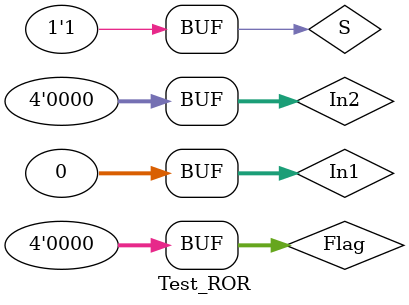
<source format=v>
module Test_ROR;	//[N, Z, C, V}]
reg [31:0] In1;
reg signed [3:0] In2;
reg S;
reg [3:0] Flag;
wire [31:0] Result;
wire [3:0] New_Flag;

initial
begin

In1=2; In2=3; Flag=4'b0000; 
#10 In1=1; In2=-3; S=1; 
#10 In1=-6; In2=-2; S=0;
#10 In1=32'b11111111111111111111111111111111; In2=9; S=1;
#10 In1=10; In2=10; S=1;
#10 In1=0; In2=0; S=1;
end
initial
begin
$monitor($time, " In1.=%d, In2.=%d, Result=%d, Flag=%b", In1, In2, Result, New_Flag);
end
ROR #(4) ror(In1, In2, Result,Flag,S,New_Flag);

endmodule

//ADD add(In1, In2, Result,Flag,S,New_Flag);
</source>
